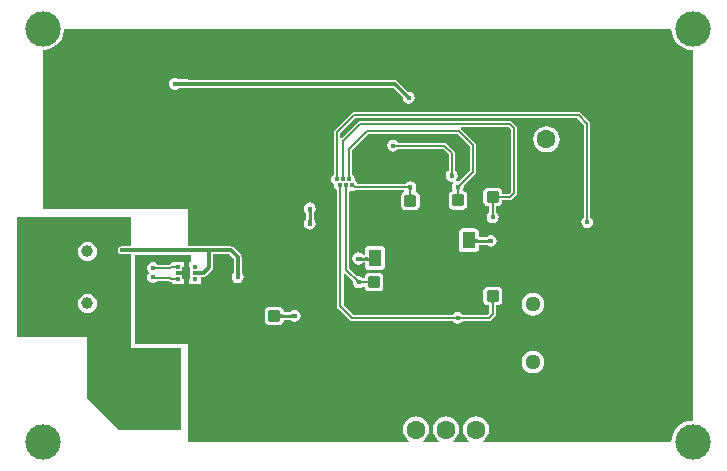
<source format=gbl>
G04*
G04 #@! TF.GenerationSoftware,Altium Limited,Altium Designer,21.0.8 (223)*
G04*
G04 Layer_Physical_Order=2*
G04 Layer_Color=16711680*
%FSLAX24Y24*%
%MOIN*%
G70*
G04*
G04 #@! TF.SameCoordinates,F91D3ADF-50DC-415E-B976-C9826125F88D*
G04*
G04*
G04 #@! TF.FilePolarity,Positive*
G04*
G01*
G75*
%ADD11C,0.0118*%
G04:AMPARAMS|DCode=13|XSize=37.4mil|YSize=37.4mil|CornerRadius=1.9mil|HoleSize=0mil|Usage=FLASHONLY|Rotation=180.000|XOffset=0mil|YOffset=0mil|HoleType=Round|Shape=RoundedRectangle|*
%AMROUNDEDRECTD13*
21,1,0.0374,0.0337,0,0,180.0*
21,1,0.0337,0.0374,0,0,180.0*
1,1,0.0037,-0.0168,0.0168*
1,1,0.0037,0.0168,0.0168*
1,1,0.0037,0.0168,-0.0168*
1,1,0.0037,-0.0168,-0.0168*
%
%ADD13ROUNDEDRECTD13*%
G04:AMPARAMS|DCode=14|XSize=43.3mil|YSize=55.1mil|CornerRadius=2.2mil|HoleSize=0mil|Usage=FLASHONLY|Rotation=0.000|XOffset=0mil|YOffset=0mil|HoleType=Round|Shape=RoundedRectangle|*
%AMROUNDEDRECTD14*
21,1,0.0433,0.0508,0,0,0.0*
21,1,0.0390,0.0551,0,0,0.0*
1,1,0.0043,0.0195,-0.0254*
1,1,0.0043,-0.0195,-0.0254*
1,1,0.0043,-0.0195,0.0254*
1,1,0.0043,0.0195,0.0254*
%
%ADD14ROUNDEDRECTD14*%
G04:AMPARAMS|DCode=20|XSize=37.4mil|YSize=37.4mil|CornerRadius=1.9mil|HoleSize=0mil|Usage=FLASHONLY|Rotation=90.000|XOffset=0mil|YOffset=0mil|HoleType=Round|Shape=RoundedRectangle|*
%AMROUNDEDRECTD20*
21,1,0.0374,0.0337,0,0,90.0*
21,1,0.0337,0.0374,0,0,90.0*
1,1,0.0037,0.0168,0.0168*
1,1,0.0037,0.0168,-0.0168*
1,1,0.0037,-0.0168,-0.0168*
1,1,0.0037,-0.0168,0.0168*
%
%ADD20ROUNDEDRECTD20*%
%ADD47C,0.0240*%
%ADD48C,0.0065*%
%ADD49C,0.0100*%
%ADD53C,0.0512*%
%ADD54C,0.0630*%
%ADD55C,0.1181*%
%ADD56C,0.0394*%
%ADD57R,0.0630X0.0630*%
%ADD58C,0.0160*%
%ADD59R,0.0177X0.0118*%
G36*
X5820Y14764D02*
Y13070D01*
X5530D01*
X5502Y13098D01*
X5429Y13128D01*
X5351D01*
X5278Y13098D01*
X5222Y13042D01*
X5192Y12969D01*
Y12891D01*
X5222Y12818D01*
X5278Y12762D01*
X5351Y12732D01*
X5429D01*
X5502Y12762D01*
X5530Y12789D01*
X5820D01*
Y8750D01*
X984D01*
Y9194D01*
Y14055D01*
X1054D01*
X1191Y14082D01*
X1320Y14136D01*
X1436Y14213D01*
X1535Y14312D01*
X1612Y14428D01*
X1666Y14557D01*
X1693Y14694D01*
Y14764D01*
X5820Y14764D01*
D02*
G37*
G36*
X21939Y14625D02*
X21980Y14491D01*
X22046Y14368D01*
X22134Y14260D01*
X22242Y14172D01*
X22365Y14106D01*
X22499Y14065D01*
X22638Y14052D01*
X22638Y1696D01*
X22499Y1683D01*
X22365Y1642D01*
X22242Y1576D01*
X22134Y1488D01*
X22046Y1380D01*
X21980Y1257D01*
X21939Y1123D01*
X21926Y984D01*
X15672D01*
X15655Y1034D01*
X15729Y1091D01*
X15798Y1182D01*
X15842Y1287D01*
X15857Y1400D01*
X15842Y1513D01*
X15798Y1618D01*
X15729Y1709D01*
X15638Y1778D01*
X15533Y1822D01*
X15420Y1837D01*
X15307Y1822D01*
X15202Y1778D01*
X15111Y1709D01*
X15042Y1618D01*
X14998Y1513D01*
X14983Y1400D01*
X14998Y1287D01*
X15042Y1182D01*
X15111Y1091D01*
X15185Y1034D01*
X15168Y984D01*
X14672D01*
X14655Y1034D01*
X14729Y1091D01*
X14798Y1182D01*
X14842Y1287D01*
X14857Y1400D01*
X14842Y1513D01*
X14798Y1618D01*
X14729Y1709D01*
X14638Y1778D01*
X14533Y1822D01*
X14420Y1837D01*
X14307Y1822D01*
X14202Y1778D01*
X14111Y1709D01*
X14042Y1618D01*
X13998Y1513D01*
X13983Y1400D01*
X13998Y1287D01*
X14042Y1182D01*
X14111Y1091D01*
X14185Y1034D01*
X14168Y984D01*
X13672D01*
X13655Y1034D01*
X13729Y1091D01*
X13798Y1182D01*
X13842Y1287D01*
X13857Y1400D01*
X13842Y1513D01*
X13798Y1618D01*
X13729Y1709D01*
X13638Y1778D01*
X13533Y1822D01*
X13420Y1837D01*
X13307Y1822D01*
X13202Y1778D01*
X13111Y1709D01*
X13042Y1618D01*
X12998Y1513D01*
X12983Y1400D01*
X12998Y1287D01*
X13042Y1182D01*
X13111Y1091D01*
X13185Y1034D01*
X13168Y984D01*
X5820D01*
X5820Y4250D01*
X5592D01*
X5590Y4250D01*
X4050Y4250D01*
Y7230D01*
X5910D01*
Y7002D01*
X5847D01*
Y6825D01*
X5896D01*
Y6431D01*
X5847D01*
Y6254D01*
X6261D01*
Y6496D01*
X6338D01*
X6338Y6496D01*
X6389Y6506D01*
X6432Y6535D01*
X6614Y6716D01*
X6642Y6759D01*
X6652Y6810D01*
X6652Y6810D01*
Y7248D01*
X7195D01*
X7348Y7095D01*
Y6630D01*
X7337Y6623D01*
X7293Y6557D01*
X7278Y6480D01*
X7293Y6403D01*
X7337Y6337D01*
X7403Y6293D01*
X7480Y6278D01*
X7557Y6293D01*
X7623Y6337D01*
X7667Y6403D01*
X7682Y6480D01*
X7667Y6557D01*
X7623Y6623D01*
X7612Y6630D01*
Y7150D01*
X7602Y7201D01*
X7574Y7244D01*
X7344Y7474D01*
X7301Y7502D01*
X7250Y7512D01*
X7250Y7512D01*
X5820D01*
X5820Y12798D01*
X12655D01*
X12980Y12472D01*
X12978Y12460D01*
X12993Y12383D01*
X13037Y12317D01*
X13103Y12273D01*
X13180Y12258D01*
X13257Y12273D01*
X13323Y12317D01*
X13367Y12383D01*
X13382Y12460D01*
X13367Y12537D01*
X13323Y12603D01*
X13257Y12647D01*
X13180Y12662D01*
X13168Y12660D01*
X12804Y13024D01*
X12761Y13052D01*
X12710Y13062D01*
X12710Y13062D01*
X5820D01*
Y14764D01*
X21926Y14764D01*
X21939Y14625D01*
D02*
G37*
G36*
X3925Y8500D02*
Y7512D01*
X3620D01*
X3569Y7502D01*
X3526Y7474D01*
X3498Y7431D01*
X3488Y7380D01*
X3498Y7329D01*
X3526Y7286D01*
X3569Y7258D01*
X3620Y7248D01*
X3925D01*
Y4470D01*
X3925D01*
D01*
X3925Y4130D01*
X5590Y4130D01*
X5590Y1390D01*
X3510D01*
X2440Y2460D01*
Y4470D01*
X132Y4470D01*
Y8500D01*
X3925Y8500D01*
D02*
G37*
%LPC*%
G36*
X17770Y11517D02*
X17657Y11502D01*
X17552Y11458D01*
X17461Y11389D01*
X17392Y11298D01*
X17348Y11193D01*
X17333Y11080D01*
X17348Y10967D01*
X17392Y10862D01*
X17461Y10771D01*
X17552Y10702D01*
X17657Y10658D01*
X17770Y10643D01*
X17883Y10658D01*
X17988Y10702D01*
X18079Y10771D01*
X18148Y10862D01*
X18192Y10967D01*
X18207Y11080D01*
X18192Y11193D01*
X18148Y11298D01*
X18079Y11389D01*
X17988Y11458D01*
X17883Y11502D01*
X17770Y11517D01*
D02*
G37*
G36*
X18840Y11995D02*
X11360D01*
X11319Y11987D01*
X11285Y11965D01*
X11285Y11965D01*
X10715Y11395D01*
X10693Y11361D01*
X10685Y11320D01*
Y9921D01*
X10641Y9892D01*
X10597Y9827D01*
X10582Y9749D01*
X10597Y9672D01*
X10641Y9607D01*
X10687Y9576D01*
X10682Y9549D01*
X10697Y9472D01*
X10741Y9407D01*
X10795Y9371D01*
Y5505D01*
X10803Y5464D01*
X10825Y5430D01*
X11205Y5050D01*
X11240Y5027D01*
X11280Y5019D01*
X14646D01*
X14671Y4982D01*
X14736Y4938D01*
X14814Y4923D01*
X14891Y4938D01*
X14957Y4982D01*
X14982Y5019D01*
X15845D01*
X15885Y5027D01*
X15919Y5050D01*
X16050Y5181D01*
X16050Y5181D01*
X16073Y5215D01*
X16081Y5255D01*
Y5541D01*
X16143D01*
X16197Y5551D01*
X16242Y5581D01*
X16272Y5627D01*
X16283Y5680D01*
Y6017D01*
X16272Y6070D01*
X16242Y6115D01*
X16197Y6146D01*
X16143Y6156D01*
X15807D01*
X15754Y6146D01*
X15708Y6115D01*
X15678Y6070D01*
X15667Y6017D01*
Y5680D01*
X15678Y5627D01*
X15708Y5581D01*
X15754Y5551D01*
X15807Y5541D01*
X15870D01*
Y5299D01*
X15801Y5230D01*
X14982D01*
X14957Y5267D01*
X14891Y5311D01*
X14814Y5327D01*
X14736Y5311D01*
X14671Y5267D01*
X14646Y5230D01*
X11324D01*
X11005Y5548D01*
Y6597D01*
X11055Y6618D01*
X11316Y6358D01*
X11307Y6313D01*
X11322Y6236D01*
X11366Y6171D01*
X11432Y6127D01*
X11509Y6111D01*
X11586Y6127D01*
X11652Y6171D01*
X11661Y6184D01*
X11711Y6169D01*
Y6145D01*
X11721Y6092D01*
X11752Y6047D01*
X11797Y6016D01*
X11850Y6006D01*
X12187D01*
X12240Y6016D01*
X12285Y6047D01*
X12316Y6092D01*
X12326Y6145D01*
Y6482D01*
X12316Y6535D01*
X12285Y6580D01*
X12240Y6611D01*
X12187Y6621D01*
X11850D01*
X11797Y6611D01*
X11752Y6580D01*
X11721Y6535D01*
X11711Y6482D01*
Y6458D01*
X11661Y6443D01*
X11652Y6456D01*
X11586Y6500D01*
X11509Y6515D01*
X11465Y6507D01*
X11195Y6776D01*
Y9315D01*
X11245Y9355D01*
X11284Y9347D01*
X11361Y9363D01*
X11385Y9379D01*
X11393Y9377D01*
X13025D01*
X13030Y9327D01*
X13014Y9324D01*
X12968Y9294D01*
X12938Y9248D01*
X12927Y9195D01*
Y8858D01*
X12938Y8805D01*
X12968Y8760D01*
X13014Y8730D01*
X13067Y8719D01*
X13404D01*
X13457Y8730D01*
X13502Y8760D01*
X13532Y8805D01*
X13543Y8858D01*
Y9195D01*
X13532Y9248D01*
X13502Y9294D01*
X13457Y9324D01*
X13431Y9329D01*
X13407Y9381D01*
X13407Y9383D01*
X13422Y9405D01*
X13437Y9483D01*
X13422Y9560D01*
X13378Y9626D01*
X13313Y9669D01*
X13235Y9685D01*
X13158Y9669D01*
X13092Y9626D01*
X13067Y9588D01*
X11478D01*
X11471Y9627D01*
X11427Y9692D01*
X11381Y9723D01*
X11386Y9749D01*
X11371Y9827D01*
X11327Y9892D01*
X11295Y9913D01*
Y10716D01*
X11824Y11245D01*
X14806D01*
X15215Y10836D01*
Y10029D01*
X14862Y9676D01*
X14818Y9685D01*
X14782Y9678D01*
X14766Y9699D01*
X14757Y9724D01*
X14797Y9783D01*
X14812Y9860D01*
X14797Y9937D01*
X14753Y10003D01*
X14715Y10028D01*
Y10620D01*
X14707Y10660D01*
X14685Y10695D01*
X14445Y10935D01*
X14410Y10957D01*
X14370Y10965D01*
X12828D01*
X12803Y11003D01*
X12737Y11047D01*
X12660Y11062D01*
X12583Y11047D01*
X12517Y11003D01*
X12473Y10937D01*
X12458Y10860D01*
X12473Y10783D01*
X12517Y10717D01*
X12583Y10673D01*
X12660Y10658D01*
X12737Y10673D01*
X12803Y10717D01*
X12828Y10755D01*
X14326D01*
X14505Y10576D01*
Y10028D01*
X14467Y10003D01*
X14423Y9937D01*
X14408Y9860D01*
X14423Y9783D01*
X14467Y9717D01*
X14533Y9673D01*
X14610Y9658D01*
X14646Y9665D01*
X14661Y9644D01*
X14670Y9619D01*
X14631Y9560D01*
X14616Y9483D01*
X14631Y9405D01*
X14639Y9393D01*
X14616Y9338D01*
X14592Y9334D01*
X14547Y9304D01*
X14517Y9258D01*
X14506Y9205D01*
Y8868D01*
X14517Y8815D01*
X14547Y8770D01*
X14592Y8739D01*
X14645Y8729D01*
X14982D01*
X15035Y8739D01*
X15081Y8770D01*
X15111Y8815D01*
X15122Y8868D01*
Y9205D01*
X15111Y9258D01*
X15081Y9304D01*
X15035Y9334D01*
X15019Y9337D01*
X14996Y9393D01*
X15004Y9405D01*
X15020Y9483D01*
X15011Y9527D01*
X15395Y9911D01*
X15395Y9911D01*
X15417Y9945D01*
X15425Y9985D01*
X15425Y9985D01*
Y10880D01*
X15417Y10920D01*
X15395Y10955D01*
X15395Y10955D01*
X14925Y11425D01*
X14909Y11435D01*
X14925Y11485D01*
X16496D01*
X16575Y11406D01*
Y9324D01*
X16515Y9265D01*
X16283D01*
Y9327D01*
X16272Y9381D01*
X16242Y9426D01*
X16197Y9456D01*
X16143Y9467D01*
X15807D01*
X15754Y9456D01*
X15708Y9426D01*
X15678Y9381D01*
X15667Y9327D01*
Y8991D01*
X15678Y8937D01*
X15708Y8892D01*
X15754Y8862D01*
X15807Y8851D01*
X15870D01*
Y8647D01*
X15832Y8622D01*
X15789Y8556D01*
X15773Y8479D01*
X15789Y8401D01*
X15832Y8336D01*
X15898Y8292D01*
X15975Y8277D01*
X16052Y8292D01*
X16118Y8336D01*
X16162Y8401D01*
X16177Y8479D01*
X16162Y8556D01*
X16118Y8622D01*
X16081Y8647D01*
Y8851D01*
X16143D01*
X16197Y8862D01*
X16242Y8892D01*
X16272Y8937D01*
X16283Y8991D01*
Y9054D01*
X16559D01*
X16599Y9062D01*
X16634Y9085D01*
X16755Y9205D01*
X16777Y9240D01*
X16785Y9280D01*
X16785Y9280D01*
Y11450D01*
X16785Y11450D01*
X16777Y11490D01*
X16755Y11525D01*
X16615Y11665D01*
X16580Y11687D01*
X16540Y11695D01*
X11570D01*
X11570Y11695D01*
X11530Y11687D01*
X11495Y11665D01*
X10945Y11114D01*
X10895Y11135D01*
Y11277D01*
X11403Y11785D01*
X18796D01*
X19022Y11559D01*
Y8483D01*
X18985Y8458D01*
X18941Y8393D01*
X18926Y8316D01*
X18941Y8238D01*
X18985Y8173D01*
X19050Y8129D01*
X19128Y8114D01*
X19205Y8129D01*
X19271Y8173D01*
X19314Y8238D01*
X19330Y8316D01*
X19314Y8393D01*
X19271Y8458D01*
X19233Y8483D01*
Y11602D01*
X19233Y11602D01*
X19225Y11643D01*
X19202Y11677D01*
X19202Y11677D01*
X18915Y11965D01*
X18880Y11987D01*
X18840Y11995D01*
D02*
G37*
G36*
X9882Y8970D02*
X9805Y8955D01*
X9739Y8911D01*
X9695Y8845D01*
X9680Y8768D01*
X9695Y8691D01*
X9739Y8625D01*
X9759Y8612D01*
Y8417D01*
X9739Y8403D01*
X9695Y8338D01*
X9680Y8261D01*
X9695Y8183D01*
X9739Y8118D01*
X9805Y8074D01*
X9882Y8059D01*
X9959Y8074D01*
X10025Y8118D01*
X10069Y8183D01*
X10084Y8261D01*
X10069Y8338D01*
X10025Y8403D01*
X10005Y8417D01*
Y8612D01*
X10025Y8625D01*
X10069Y8691D01*
X10084Y8768D01*
X10069Y8845D01*
X10025Y8911D01*
X9959Y8955D01*
X9882Y8970D01*
D02*
G37*
G36*
X15376Y8107D02*
X14986D01*
X14931Y8096D01*
X14885Y8065D01*
X14854Y8019D01*
X14843Y7964D01*
Y7457D01*
X14854Y7402D01*
X14885Y7356D01*
X14931Y7325D01*
X14986Y7314D01*
X15376D01*
X15430Y7325D01*
X15476Y7356D01*
X15507Y7402D01*
X15518Y7457D01*
Y7568D01*
X15760D01*
X15773Y7549D01*
X15839Y7505D01*
X15916Y7489D01*
X15993Y7505D01*
X16059Y7549D01*
X16103Y7614D01*
X16118Y7691D01*
X16103Y7769D01*
X16059Y7834D01*
X15993Y7878D01*
X15916Y7893D01*
X15839Y7878D01*
X15773Y7834D01*
X15760Y7815D01*
X15518D01*
Y7964D01*
X15507Y8019D01*
X15476Y8065D01*
X15430Y8096D01*
X15376Y8107D01*
D02*
G37*
G36*
X12243Y7517D02*
X11853D01*
X11799Y7506D01*
X11752Y7475D01*
X11721Y7429D01*
X11711Y7374D01*
Y7224D01*
X11653D01*
X11640Y7244D01*
X11574Y7287D01*
X11497Y7303D01*
X11420Y7287D01*
X11354Y7244D01*
X11310Y7178D01*
X11295Y7101D01*
X11310Y7023D01*
X11354Y6958D01*
X11420Y6914D01*
X11497Y6899D01*
X11574Y6914D01*
X11640Y6958D01*
X11653Y6978D01*
X11711D01*
Y6867D01*
X11721Y6812D01*
X11752Y6766D01*
X11799Y6735D01*
X11853Y6724D01*
X12243D01*
X12297Y6735D01*
X12344Y6766D01*
X12375Y6812D01*
X12385Y6867D01*
Y7374D01*
X12375Y7429D01*
X12344Y7475D01*
X12297Y7506D01*
X12243Y7517D01*
D02*
G37*
G36*
X5690Y7002D02*
X5276D01*
Y6977D01*
X5263Y6931D01*
X5222Y6923D01*
X5188Y6900D01*
X5188Y6900D01*
X5187Y6898D01*
X4824D01*
X4824Y6898D01*
X4769Y6954D01*
X4696Y6984D01*
X4617D01*
X4544Y6954D01*
X4488Y6898D01*
X4458Y6825D01*
Y6746D01*
X4488Y6674D01*
X4534Y6628D01*
X4488Y6583D01*
X4458Y6510D01*
Y6431D01*
X4488Y6359D01*
X4544Y6303D01*
X4617Y6273D01*
X4696D01*
X4769Y6303D01*
X4817Y6352D01*
X5196D01*
X5222Y6334D01*
X5263Y6326D01*
X5276D01*
Y6254D01*
X5690D01*
Y6431D01*
X5621D01*
Y6569D01*
X5562D01*
Y6687D01*
X5621D01*
Y6825D01*
X5690D01*
Y7002D01*
D02*
G37*
G36*
X17324Y5954D02*
X17226Y5941D01*
X17135Y5903D01*
X17057Y5844D01*
X16997Y5765D01*
X16959Y5674D01*
X16947Y5577D01*
X16959Y5479D01*
X16997Y5388D01*
X17057Y5310D01*
X17135Y5250D01*
X17226Y5212D01*
X17324Y5200D01*
X17421Y5212D01*
X17512Y5250D01*
X17591Y5310D01*
X17650Y5388D01*
X17688Y5479D01*
X17701Y5577D01*
X17688Y5674D01*
X17650Y5765D01*
X17591Y5844D01*
X17512Y5903D01*
X17421Y5941D01*
X17324Y5954D01*
D02*
G37*
G36*
X8867Y5499D02*
X8530D01*
X8477Y5489D01*
X8431Y5458D01*
X8401Y5413D01*
X8391Y5360D01*
Y5023D01*
X8401Y4970D01*
X8431Y4924D01*
X8477Y4894D01*
X8530Y4884D01*
X8867D01*
X8920Y4894D01*
X8965Y4924D01*
X8996Y4970D01*
X9006Y5023D01*
Y5068D01*
X9225D01*
X9238Y5049D01*
X9303Y5005D01*
X9381Y4989D01*
X9458Y5005D01*
X9524Y5049D01*
X9567Y5114D01*
X9583Y5191D01*
X9567Y5269D01*
X9524Y5334D01*
X9458Y5378D01*
X9381Y5393D01*
X9303Y5378D01*
X9238Y5334D01*
X9225Y5315D01*
X9006D01*
Y5360D01*
X8996Y5413D01*
X8965Y5458D01*
X8920Y5489D01*
X8867Y5499D01*
D02*
G37*
G36*
X17324Y4033D02*
X17226Y4020D01*
X17135Y3982D01*
X17057Y3922D01*
X16997Y3844D01*
X16959Y3753D01*
X16947Y3656D01*
X16959Y3558D01*
X16997Y3467D01*
X17057Y3389D01*
X17135Y3329D01*
X17226Y3291D01*
X17324Y3278D01*
X17421Y3291D01*
X17512Y3329D01*
X17591Y3389D01*
X17650Y3467D01*
X17688Y3558D01*
X17701Y3656D01*
X17688Y3753D01*
X17650Y3844D01*
X17591Y3922D01*
X17512Y3982D01*
X17421Y4020D01*
X17324Y4033D01*
D02*
G37*
%LPD*%
G36*
X12722Y10912D02*
X12727Y10908D01*
X12733Y10904D01*
X12738Y10901D01*
X12745Y10898D01*
X12751Y10896D01*
X12758Y10895D01*
X12765Y10893D01*
X12773Y10893D01*
X12781Y10892D01*
Y10827D01*
X12773Y10827D01*
X12765Y10827D01*
X12758Y10825D01*
X12751Y10824D01*
X12745Y10822D01*
X12738Y10819D01*
X12733Y10816D01*
X12727Y10812D01*
X12722Y10808D01*
X12717Y10804D01*
Y10916D01*
X12722Y10912D01*
D02*
G37*
G36*
X14643Y9973D02*
X14643Y9965D01*
X14645Y9958D01*
X14646Y9951D01*
X14648Y9945D01*
X14651Y9938D01*
X14654Y9933D01*
X14658Y9927D01*
X14662Y9922D01*
X14666Y9917D01*
X14554D01*
X14558Y9922D01*
X14562Y9927D01*
X14566Y9933D01*
X14569Y9938D01*
X14572Y9945D01*
X14574Y9951D01*
X14575Y9958D01*
X14577Y9965D01*
X14577Y9973D01*
X14577Y9981D01*
X14642D01*
X14643Y9973D01*
D02*
G37*
G36*
X11222Y9868D02*
X11223Y9860D01*
X11223Y9852D01*
X11224Y9845D01*
X11226Y9838D01*
X11228Y9831D01*
X11230Y9825D01*
X11233Y9818D01*
X11236Y9813D01*
X11240Y9807D01*
X11244Y9802D01*
X11132Y9811D01*
X11137Y9815D01*
X11141Y9820D01*
X11145Y9825D01*
X11148Y9831D01*
X11151Y9837D01*
X11153Y9843D01*
X11155Y9850D01*
X11157Y9857D01*
X11157Y9865D01*
X11157Y9873D01*
X11222Y9868D01*
D02*
G37*
G36*
X11022D02*
X11023Y9860D01*
X11023Y9852D01*
X11024Y9845D01*
X11026Y9838D01*
X11028Y9831D01*
X11030Y9825D01*
X11033Y9818D01*
X11036Y9813D01*
X11040Y9807D01*
X11044Y9802D01*
X10932Y9811D01*
X10937Y9815D01*
X10941Y9820D01*
X10945Y9825D01*
X10948Y9831D01*
X10951Y9837D01*
X10953Y9843D01*
X10955Y9850D01*
X10956Y9857D01*
X10957Y9865D01*
X10957Y9873D01*
X11022Y9868D01*
D02*
G37*
G36*
X10822D02*
X10823Y9860D01*
X10823Y9852D01*
X10824Y9845D01*
X10826Y9838D01*
X10828Y9831D01*
X10830Y9825D01*
X10833Y9818D01*
X10836Y9813D01*
X10840Y9807D01*
X10844Y9802D01*
X10732Y9811D01*
X10737Y9815D01*
X10741Y9820D01*
X10745Y9825D01*
X10748Y9831D01*
X10751Y9837D01*
X10753Y9843D01*
X10755Y9850D01*
X10756Y9857D01*
X10757Y9865D01*
X10757Y9873D01*
X10822Y9868D01*
D02*
G37*
G36*
X14926Y9545D02*
X14921Y9539D01*
X14916Y9534D01*
X14911Y9528D01*
X14908Y9522D01*
X14905Y9515D01*
X14902Y9509D01*
X14900Y9503D01*
X14899Y9496D01*
X14898Y9490D01*
X14898Y9483D01*
X14818Y9563D01*
X14825Y9563D01*
X14831Y9564D01*
X14838Y9565D01*
X14844Y9567D01*
X14850Y9570D01*
X14856Y9573D01*
X14862Y9577D01*
X14868Y9581D01*
X14874Y9586D01*
X14880Y9591D01*
X14926Y9545D01*
D02*
G37*
G36*
X11361Y9573D02*
X11363Y9568D01*
X11370Y9558D01*
X11373Y9552D01*
X11382Y9541D01*
X11392Y9530D01*
X11397Y9524D01*
X11370Y9460D01*
X11365Y9465D01*
X11359Y9469D01*
X11354Y9473D01*
X11348Y9475D01*
X11342Y9477D01*
X11337Y9479D01*
X11331Y9479D01*
X11326Y9479D01*
X11320Y9477D01*
X11315Y9476D01*
X11359Y9579D01*
X11361Y9573D01*
D02*
G37*
G36*
X13178Y9427D02*
X13173Y9431D01*
X13168Y9435D01*
X13163Y9439D01*
X13157Y9442D01*
X13151Y9444D01*
X13144Y9446D01*
X13137Y9448D01*
X13130Y9449D01*
X13122Y9450D01*
X13114Y9450D01*
Y9515D01*
X13122Y9515D01*
X13130Y9516D01*
X13137Y9517D01*
X13144Y9519D01*
X13151Y9521D01*
X13157Y9524D01*
X13163Y9527D01*
X13168Y9530D01*
X13173Y9534D01*
X13178Y9539D01*
Y9427D01*
D02*
G37*
G36*
X11140Y9492D02*
X11136Y9486D01*
X11133Y9480D01*
X11130Y9474D01*
X11128Y9468D01*
X11126Y9461D01*
X11124Y9454D01*
X11123Y9447D01*
X11123Y9439D01*
X11122Y9431D01*
X11057Y9426D01*
X11057Y9434D01*
X11056Y9442D01*
X11055Y9449D01*
X11053Y9456D01*
X11051Y9462D01*
X11048Y9468D01*
X11045Y9474D01*
X11041Y9479D01*
X11037Y9484D01*
X11032Y9488D01*
X11144Y9497D01*
X11140Y9492D01*
D02*
G37*
G36*
X10947Y9499D02*
X10944Y9494D01*
X10941Y9488D01*
X10939Y9481D01*
X10937Y9475D01*
X10935Y9468D01*
X10934Y9461D01*
X10933Y9453D01*
X10933Y9438D01*
X10868Y9423D01*
X10867Y9431D01*
X10866Y9439D01*
X10865Y9446D01*
X10863Y9453D01*
X10861Y9459D01*
X10858Y9464D01*
X10854Y9470D01*
X10850Y9474D01*
X10846Y9479D01*
X10841Y9482D01*
X10950Y9505D01*
X10947Y9499D01*
D02*
G37*
G36*
X14869Y9421D02*
X14865Y9416D01*
X14862Y9410D01*
X14858Y9404D01*
X14856Y9398D01*
X14854Y9391D01*
X14852Y9385D01*
X14851Y9377D01*
X14850Y9370D01*
X14850Y9362D01*
X14785D01*
X14785Y9370D01*
X14784Y9377D01*
X14783Y9385D01*
X14781Y9391D01*
X14779Y9398D01*
X14777Y9404D01*
X14774Y9410D01*
X14770Y9416D01*
X14766Y9421D01*
X14762Y9426D01*
X14874D01*
X14869Y9421D01*
D02*
G37*
G36*
X13287D02*
X13283Y9416D01*
X13279Y9410D01*
X13276Y9404D01*
X13274Y9398D01*
X13271Y9391D01*
X13270Y9385D01*
X13269Y9377D01*
X13268Y9370D01*
X13268Y9362D01*
X13203D01*
X13202Y9370D01*
X13202Y9377D01*
X13201Y9385D01*
X13199Y9391D01*
X13197Y9398D01*
X13194Y9404D01*
X13191Y9410D01*
X13188Y9416D01*
X13184Y9421D01*
X13179Y9426D01*
X13291D01*
X13287Y9421D01*
D02*
G37*
G36*
X14850Y9276D02*
X14851Y9265D01*
X14853Y9255D01*
X14855Y9247D01*
X14858Y9239D01*
X14862Y9233D01*
X14866Y9229D01*
X14871Y9225D01*
X14876Y9223D01*
X14883Y9223D01*
X14753D01*
X14759Y9223D01*
X14764Y9225D01*
X14769Y9229D01*
X14773Y9233D01*
X14777Y9239D01*
X14780Y9247D01*
X14782Y9255D01*
X14784Y9265D01*
X14785Y9276D01*
X14785Y9289D01*
X14850D01*
X14850Y9276D01*
D02*
G37*
G36*
X13268Y9266D02*
X13269Y9255D01*
X13271Y9245D01*
X13273Y9237D01*
X13276Y9229D01*
X13279Y9223D01*
X13284Y9219D01*
X13289Y9215D01*
X13294Y9213D01*
X13300Y9213D01*
X13170D01*
X13176Y9213D01*
X13182Y9215D01*
X13187Y9219D01*
X13191Y9223D01*
X13195Y9229D01*
X13198Y9237D01*
X13200Y9245D01*
X13201Y9255D01*
X13202Y9266D01*
X13203Y9279D01*
X13268D01*
X13268Y9266D01*
D02*
G37*
G36*
X16162Y9218D02*
X16164Y9212D01*
X16167Y9208D01*
X16172Y9203D01*
X16178Y9200D01*
X16185Y9197D01*
X16194Y9195D01*
X16204Y9193D01*
X16215Y9192D01*
X16227Y9192D01*
Y9127D01*
X16215Y9126D01*
X16204Y9125D01*
X16194Y9124D01*
X16185Y9121D01*
X16178Y9119D01*
X16172Y9115D01*
X16167Y9111D01*
X16164Y9106D01*
X16162Y9100D01*
X16161Y9094D01*
Y9224D01*
X16162Y9218D01*
D02*
G37*
G36*
X16034Y8972D02*
X16028Y8970D01*
X16024Y8967D01*
X16019Y8963D01*
X16016Y8957D01*
X16013Y8949D01*
X16011Y8941D01*
X16009Y8931D01*
X16008Y8919D01*
X16008Y8907D01*
X15943D01*
X15942Y8919D01*
X15941Y8931D01*
X15940Y8941D01*
X15937Y8949D01*
X15935Y8957D01*
X15931Y8963D01*
X15927Y8967D01*
X15922Y8970D01*
X15916Y8972D01*
X15910Y8973D01*
X16040D01*
X16034Y8972D01*
D02*
G37*
G36*
X16008Y8592D02*
X16009Y8584D01*
X16010Y8577D01*
X16011Y8570D01*
X16014Y8563D01*
X16016Y8557D01*
X16019Y8551D01*
X16023Y8546D01*
X16027Y8541D01*
X16031Y8536D01*
X15919D01*
X15924Y8541D01*
X15928Y8546D01*
X15931Y8551D01*
X15934Y8557D01*
X15937Y8563D01*
X15939Y8570D01*
X15941Y8577D01*
X15942Y8584D01*
X15942Y8592D01*
X15943Y8600D01*
X16008D01*
X16008Y8592D01*
D02*
G37*
G36*
X19160Y8429D02*
X19161Y8421D01*
X19162Y8414D01*
X19164Y8407D01*
X19166Y8400D01*
X19169Y8394D01*
X19172Y8388D01*
X19175Y8383D01*
X19179Y8378D01*
X19184Y8373D01*
X19072D01*
X19076Y8378D01*
X19080Y8383D01*
X19084Y8388D01*
X19087Y8394D01*
X19089Y8400D01*
X19091Y8407D01*
X19093Y8414D01*
X19094Y8421D01*
X19095Y8429D01*
X19095Y8437D01*
X19160D01*
X19160Y8429D01*
D02*
G37*
G36*
X11452Y6417D02*
X11458Y6412D01*
X11464Y6407D01*
X11470Y6404D01*
X11476Y6400D01*
X11482Y6398D01*
X11489Y6396D01*
X11495Y6394D01*
X11501Y6394D01*
X11508Y6393D01*
X11429Y6314D01*
X11429Y6321D01*
X11428Y6327D01*
X11426Y6334D01*
X11424Y6340D01*
X11422Y6346D01*
X11419Y6352D01*
X11415Y6358D01*
X11411Y6364D01*
X11406Y6370D01*
X11400Y6376D01*
X11446Y6422D01*
X11452Y6417D01*
D02*
G37*
G36*
X11571Y6365D02*
X11576Y6361D01*
X11581Y6357D01*
X11587Y6354D01*
X11593Y6352D01*
X11600Y6350D01*
X11607Y6348D01*
X11614Y6347D01*
X11622Y6346D01*
X11630Y6346D01*
Y6281D01*
X11622Y6281D01*
X11614Y6280D01*
X11607Y6279D01*
X11600Y6277D01*
X11593Y6275D01*
X11587Y6272D01*
X11581Y6269D01*
X11576Y6266D01*
X11571Y6262D01*
X11566Y6257D01*
Y6369D01*
X11571Y6365D01*
D02*
G37*
G36*
X11832Y6248D02*
X11832Y6255D01*
X11830Y6260D01*
X11826Y6265D01*
X11822Y6269D01*
X11816Y6273D01*
X11809Y6276D01*
X11800Y6278D01*
X11790Y6280D01*
X11779Y6281D01*
X11766Y6281D01*
Y6346D01*
X11779Y6346D01*
X11790Y6347D01*
X11800Y6349D01*
X11809Y6351D01*
X11816Y6354D01*
X11822Y6358D01*
X11826Y6362D01*
X11830Y6367D01*
X11832Y6372D01*
X11832Y6378D01*
Y6248D01*
D02*
G37*
G36*
X16034Y5662D02*
X16028Y5660D01*
X16024Y5656D01*
X16019Y5652D01*
X16016Y5646D01*
X16013Y5638D01*
X16011Y5630D01*
X16009Y5620D01*
X16008Y5609D01*
X16008Y5596D01*
X15943D01*
X15942Y5609D01*
X15941Y5620D01*
X15940Y5630D01*
X15937Y5638D01*
X15935Y5646D01*
X15931Y5652D01*
X15927Y5656D01*
X15922Y5660D01*
X15916Y5662D01*
X15910Y5662D01*
X16040D01*
X16034Y5662D01*
D02*
G37*
G36*
X14876Y5176D02*
X14881Y5172D01*
X14886Y5169D01*
X14892Y5166D01*
X14898Y5163D01*
X14905Y5161D01*
X14912Y5159D01*
X14919Y5158D01*
X14927Y5157D01*
X14935Y5157D01*
Y5092D01*
X14927Y5092D01*
X14919Y5091D01*
X14912Y5090D01*
X14905Y5088D01*
X14898Y5086D01*
X14892Y5084D01*
X14886Y5081D01*
X14881Y5077D01*
X14876Y5073D01*
X14871Y5069D01*
Y5181D01*
X14876Y5176D01*
D02*
G37*
G36*
X14757Y5069D02*
X14752Y5073D01*
X14747Y5077D01*
X14741Y5081D01*
X14735Y5084D01*
X14729Y5086D01*
X14723Y5088D01*
X14716Y5090D01*
X14708Y5091D01*
X14701Y5092D01*
X14693Y5092D01*
Y5157D01*
X14701Y5157D01*
X14708Y5158D01*
X14716Y5159D01*
X14723Y5161D01*
X14729Y5163D01*
X14735Y5166D01*
X14741Y5169D01*
X14747Y5172D01*
X14752Y5176D01*
X14757Y5181D01*
Y5069D01*
D02*
G37*
G36*
X9937Y8709D02*
X9936Y8707D01*
X9935Y8704D01*
X9934Y8700D01*
X9934Y8695D01*
X9933Y8682D01*
X9932Y8658D01*
X9832D01*
X9832Y8667D01*
X9830Y8700D01*
X9829Y8704D01*
X9828Y8707D01*
X9827Y8709D01*
X9826Y8711D01*
X9938D01*
X9937Y8709D01*
D02*
G37*
G36*
X9932Y8362D02*
X9934Y8329D01*
X9935Y8325D01*
X9936Y8322D01*
X9937Y8319D01*
X9938Y8318D01*
X9826D01*
X9827Y8319D01*
X9828Y8322D01*
X9829Y8325D01*
X9830Y8329D01*
X9831Y8334D01*
X9832Y8346D01*
X9832Y8371D01*
X9932D01*
X9932Y8362D01*
D02*
G37*
G36*
X15859Y7635D02*
X15857Y7636D01*
X15855Y7638D01*
X15852Y7638D01*
X15848Y7639D01*
X15843Y7640D01*
X15830Y7641D01*
X15806Y7641D01*
Y7741D01*
X15815Y7741D01*
X15848Y7743D01*
X15852Y7744D01*
X15855Y7745D01*
X15857Y7746D01*
X15859Y7747D01*
Y7635D01*
D02*
G37*
G36*
X15398Y7782D02*
X15401Y7773D01*
X15406Y7766D01*
X15413Y7759D01*
X15422Y7754D01*
X15433Y7749D01*
X15446Y7746D01*
X15461Y7743D01*
X15479Y7742D01*
X15498Y7741D01*
Y7641D01*
X15479Y7641D01*
X15461Y7639D01*
X15446Y7637D01*
X15433Y7633D01*
X15422Y7629D01*
X15413Y7623D01*
X15406Y7617D01*
X15401Y7609D01*
X15398Y7601D01*
X15397Y7591D01*
Y7791D01*
X15398Y7782D01*
D02*
G37*
G36*
X11556Y7156D02*
X11558Y7155D01*
X11561Y7154D01*
X11565Y7153D01*
X11570Y7152D01*
X11583Y7151D01*
X11607Y7151D01*
Y7051D01*
X11598Y7051D01*
X11565Y7049D01*
X11561Y7048D01*
X11558Y7047D01*
X11556Y7046D01*
X11554Y7045D01*
Y7157D01*
X11556Y7156D01*
D02*
G37*
G36*
X11832Y7001D02*
X11831Y7010D01*
X11828Y7019D01*
X11823Y7026D01*
X11816Y7033D01*
X11807Y7038D01*
X11796Y7043D01*
X11783Y7046D01*
X11767Y7049D01*
X11750Y7050D01*
X11731Y7051D01*
Y7151D01*
X11750Y7151D01*
X11767Y7153D01*
X11783Y7155D01*
X11796Y7159D01*
X11807Y7163D01*
X11816Y7169D01*
X11823Y7175D01*
X11828Y7183D01*
X11831Y7191D01*
X11832Y7201D01*
Y7001D01*
D02*
G37*
G36*
X5396Y6767D02*
X5395Y6772D01*
X5393Y6776D01*
X5390Y6780D01*
X5385Y6784D01*
X5379Y6786D01*
X5372Y6789D01*
X5364Y6790D01*
X5354Y6792D01*
X5343Y6792D01*
X5331Y6793D01*
Y6858D01*
X5343Y6858D01*
X5364Y6860D01*
X5372Y6862D01*
X5379Y6864D01*
X5385Y6867D01*
X5390Y6870D01*
X5393Y6874D01*
X5395Y6878D01*
X5396Y6883D01*
Y6767D01*
D02*
G37*
G36*
X4714Y6842D02*
X4719Y6839D01*
X4725Y6836D01*
X4731Y6833D01*
X4737Y6830D01*
X4744Y6829D01*
X4751Y6827D01*
X4758Y6826D01*
X4766Y6825D01*
X4774Y6825D01*
X4780Y6760D01*
X4772Y6760D01*
X4764Y6759D01*
X4757Y6758D01*
X4750Y6756D01*
X4744Y6754D01*
X4738Y6751D01*
X4732Y6748D01*
X4727Y6744D01*
X4722Y6740D01*
X4718Y6735D01*
X4708Y6846D01*
X4714Y6842D01*
D02*
G37*
G36*
X4726Y6511D02*
X4731Y6506D01*
X4735Y6502D01*
X4741Y6499D01*
X4746Y6496D01*
X4753Y6494D01*
X4759Y6492D01*
X4766Y6490D01*
X4774Y6490D01*
X4782Y6489D01*
X4769Y6424D01*
X4761Y6424D01*
X4746Y6423D01*
X4739Y6421D01*
X4733Y6420D01*
X4726Y6418D01*
X4720Y6415D01*
X4714Y6412D01*
X4708Y6409D01*
X4703Y6406D01*
X4722Y6516D01*
X4726Y6511D01*
D02*
G37*
G36*
X5396Y6374D02*
X5395Y6378D01*
X5393Y6383D01*
X5390Y6387D01*
X5385Y6390D01*
X5379Y6393D01*
X5372Y6395D01*
X5364Y6397D01*
X5354Y6398D01*
X5343Y6399D01*
X5331Y6399D01*
Y6464D01*
X5343Y6464D01*
X5364Y6466D01*
X5372Y6468D01*
X5379Y6470D01*
X5385Y6473D01*
X5390Y6476D01*
X5393Y6480D01*
X5395Y6485D01*
X5396Y6489D01*
Y6374D01*
D02*
G37*
G36*
X9324Y5135D02*
X9322Y5136D01*
X9320Y5138D01*
X9316Y5138D01*
X9312Y5139D01*
X9307Y5140D01*
X9295Y5141D01*
X9270Y5141D01*
Y5241D01*
X9279Y5241D01*
X9312Y5243D01*
X9316Y5244D01*
X9320Y5245D01*
X9322Y5246D01*
X9324Y5247D01*
Y5135D01*
D02*
G37*
G36*
X8885Y5282D02*
X8889Y5273D01*
X8894Y5266D01*
X8901Y5259D01*
X8910Y5254D01*
X8921Y5249D01*
X8934Y5246D01*
X8949Y5243D01*
X8966Y5242D01*
X8986Y5241D01*
Y5141D01*
X8966Y5141D01*
X8949Y5139D01*
X8934Y5137D01*
X8921Y5133D01*
X8910Y5129D01*
X8901Y5123D01*
X8894Y5117D01*
X8889Y5109D01*
X8885Y5101D01*
X8884Y5091D01*
Y5291D01*
X8885Y5282D01*
D02*
G37*
%LPC*%
G36*
X2468Y7655D02*
X2386Y7644D01*
X2310Y7612D01*
X2244Y7562D01*
X2193Y7496D01*
X2162Y7419D01*
X2151Y7337D01*
X2162Y7255D01*
X2193Y7178D01*
X2244Y7112D01*
X2310Y7062D01*
X2386Y7030D01*
X2468Y7019D01*
X2551Y7030D01*
X2627Y7062D01*
X2693Y7112D01*
X2744Y7178D01*
X2775Y7255D01*
X2786Y7337D01*
X2775Y7419D01*
X2744Y7496D01*
X2693Y7562D01*
X2627Y7612D01*
X2551Y7644D01*
X2468Y7655D01*
D02*
G37*
G36*
Y5922D02*
X2386Y5912D01*
X2310Y5880D01*
X2244Y5829D01*
X2193Y5764D01*
X2162Y5687D01*
X2151Y5605D01*
X2162Y5523D01*
X2193Y5446D01*
X2244Y5380D01*
X2310Y5330D01*
X2386Y5298D01*
X2468Y5287D01*
X2551Y5298D01*
X2627Y5330D01*
X2693Y5380D01*
X2744Y5446D01*
X2775Y5523D01*
X2786Y5605D01*
X2775Y5687D01*
X2744Y5764D01*
X2693Y5829D01*
X2627Y5880D01*
X2551Y5912D01*
X2468Y5922D01*
D02*
G37*
%LPD*%
D11*
X6520Y6810D02*
Y7380D01*
X7250D01*
X3620D02*
X6520D01*
X7250D02*
X7480Y7150D01*
Y6480D02*
Y7150D01*
X6338Y6628D02*
X6520Y6810D01*
X6054Y6628D02*
X6338D01*
X5390Y12930D02*
X12710D01*
X13180Y12460D01*
D13*
X12589Y6313D02*
D03*
X12019D02*
D03*
X8698Y5191D02*
D03*
X8128D02*
D03*
D14*
X12048Y7121D02*
D03*
X12737D02*
D03*
X14492Y7711D02*
D03*
X15181D02*
D03*
D20*
X15975Y6419D02*
D03*
Y5848D02*
D03*
X13235Y9027D02*
D03*
Y8456D02*
D03*
X14814Y8466D02*
D03*
Y9037D02*
D03*
X15975Y9730D02*
D03*
Y9159D02*
D03*
D47*
X9882Y9209D02*
D03*
D48*
X11090Y6732D02*
Y9560D01*
X11509Y6313D02*
X12019D01*
X11090Y6732D02*
X11509Y6313D01*
X15845Y5125D02*
X15975Y5255D01*
Y5848D01*
X11280Y5125D02*
X14814D01*
X10900Y5505D02*
Y9550D01*
Y5505D02*
X11280Y5125D01*
X10890Y9560D02*
X10900Y9550D01*
X11290Y9560D02*
X11316D01*
X11393Y9483D02*
X13235D01*
X11316Y9560D02*
X11393Y9483D01*
X11190Y9760D02*
Y10760D01*
X11780Y11350D01*
X14850D01*
X15320Y10880D01*
Y9985D02*
Y10880D01*
X14818Y9483D02*
X15320Y9985D01*
X15975Y9159D02*
X16559D01*
X16680Y9280D02*
Y11450D01*
X16559Y9159D02*
X16680Y9280D01*
X10990Y11010D02*
X11570Y11590D01*
X10990Y9760D02*
Y11010D01*
X11570Y11590D02*
X16540D01*
X16680Y11450D01*
X11360Y11890D02*
X18840D01*
X10790Y9760D02*
Y11320D01*
X11360Y11890D01*
X18840D02*
X19128Y11602D01*
Y8316D02*
Y11602D01*
X12660Y10860D02*
X14370D01*
X14610Y9860D02*
Y10620D01*
X14370Y10860D02*
X14610Y10620D01*
X14818Y9040D02*
Y9483D01*
X14814Y9037D02*
X14818Y9040D01*
X13235Y9027D02*
Y9483D01*
X15975Y8479D02*
Y9159D01*
X14814Y5125D02*
X15845D01*
X4670Y6457D02*
X5237D01*
X5263Y6431D01*
X5230Y6793D02*
X5263Y6825D01*
X4663Y6793D02*
X5230D01*
X5263Y6825D02*
X5483D01*
X4656Y6786D02*
X4663Y6793D01*
X5263Y6431D02*
X5483D01*
X4656Y6471D02*
X4670Y6457D01*
D49*
X11497Y7101D02*
X12028D01*
X12048Y7121D01*
X9882Y8261D02*
Y8768D01*
X15200Y7691D02*
X15916D01*
X15181Y7711D02*
X15200Y7691D01*
X8698Y5191D02*
X8698Y5191D01*
X9381D01*
D53*
X17324Y3656D02*
D03*
Y5577D02*
D03*
D54*
X17770Y11080D02*
D03*
X16420Y1400D02*
D03*
X15420D02*
D03*
X14420D02*
D03*
X13420D02*
D03*
D55*
X22638Y984D02*
D03*
X984Y984D02*
D03*
X22638Y14764D02*
D03*
X984D02*
D03*
D56*
X2468Y5605D02*
D03*
Y7337D02*
D03*
D57*
X17770Y14080D02*
D03*
D58*
X11509Y6313D02*
D03*
X13420Y7835D02*
D03*
X2520Y10700D02*
D03*
X2320D02*
D03*
X2120D02*
D03*
X13420Y6980D02*
D03*
X3520Y7580D02*
D03*
X3320D02*
D03*
X3120D02*
D03*
X3220Y7380D02*
D03*
X3420D02*
D03*
X3620D02*
D03*
X11284Y9549D02*
D03*
X10884D02*
D03*
X10784Y9749D02*
D03*
X10984D02*
D03*
X11184D02*
D03*
X11084Y9549D02*
D03*
X9882Y8261D02*
D03*
X12660Y10860D02*
D03*
X14610Y9860D02*
D03*
X13425Y9935D02*
D03*
X14818Y9483D02*
D03*
X13235D02*
D03*
X11497Y7101D02*
D03*
X14814Y5125D02*
D03*
X14627Y6247D02*
D03*
X15916Y7691D02*
D03*
X15975Y8479D02*
D03*
X9882Y8768D02*
D03*
X4996Y3405D02*
D03*
X19128Y8316D02*
D03*
X4990Y2440D02*
D03*
X7480Y6480D02*
D03*
X5390Y12930D02*
D03*
X13180Y12460D02*
D03*
X9444Y6215D02*
D03*
Y5447D02*
D03*
X7654Y11802D02*
D03*
X11977Y10769D02*
D03*
X9381Y5191D02*
D03*
X6802Y6471D02*
D03*
X9444Y7239D02*
D03*
Y7494D02*
D03*
X4656Y6786D02*
D03*
Y6471D02*
D03*
D59*
X5483Y6628D02*
D03*
X6054Y6825D02*
D03*
Y6628D02*
D03*
Y6431D02*
D03*
X5483Y6825D02*
D03*
Y6431D02*
D03*
M02*

</source>
